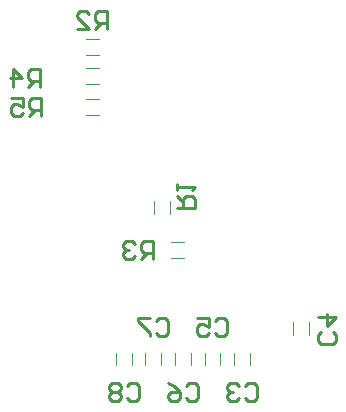
<source format=gbo>
G04*
G04 #@! TF.GenerationSoftware,Altium Limited,Altium Designer,22.7.1 (60)*
G04*
G04 Layer_Color=32896*
%FSAX44Y44*%
%MOMM*%
G71*
G04*
G04 #@! TF.SameCoordinates,EF1B45EE-5991-4E0F-B012-367B3C428A9F*
G04*
G04*
G04 #@! TF.FilePolarity,Positive*
G04*
G01*
G75*
%ADD11C,0.1000*%
%ADD12C,0.2540*%
D11*
X00946120Y00814960D02*
X00956620D01*
X00946120Y00828460D02*
X00956620D01*
X00946120Y00840960D02*
X00956620D01*
X00946120Y00854460D02*
X00956620D01*
X01018120Y00707460D02*
X01028620D01*
X01018120Y00693960D02*
X01028620D01*
X00946120Y00865960D02*
X00956620D01*
X00946120Y00879460D02*
X00956620D01*
X01003620Y00731460D02*
Y00741960D01*
X01017120Y00731460D02*
Y00741960D01*
X00971210Y00603050D02*
Y00613550D01*
X00984710Y00603050D02*
Y00613550D01*
X00996210Y00603050D02*
Y00613550D01*
X01009710Y00603050D02*
Y00613550D01*
X01021210Y00603050D02*
Y00613550D01*
X01034710Y00603050D02*
Y00613550D01*
X01046210Y00603050D02*
Y00613550D01*
X01059710Y00603050D02*
Y00613550D01*
X01134510Y00628910D02*
Y00639410D01*
X01121010Y00628910D02*
Y00639410D01*
X01071210Y00603050D02*
Y00613550D01*
X01084710Y00603050D02*
Y00613550D01*
D12*
X01002566Y00693092D02*
Y00708327D01*
X00994948D01*
X00992409Y00705788D01*
Y00700710D01*
X00994948Y00698171D01*
X01002566D01*
X00997487D02*
X00992409Y00693092D01*
X00987331Y00705788D02*
X00984792Y00708327D01*
X00979713D01*
X00977174Y00705788D01*
Y00703249D01*
X00979713Y00700710D01*
X00982252D01*
X00979713D01*
X00977174Y00698171D01*
Y00695632D01*
X00979713Y00693092D01*
X00984792D01*
X00987331Y00695632D01*
X00963422Y00887476D02*
Y00902711D01*
X00955805D01*
X00953265Y00900172D01*
Y00895094D01*
X00955805Y00892554D01*
X00963422D01*
X00958344D02*
X00953265Y00887476D01*
X00938030D02*
X00948187D01*
X00938030Y00897633D01*
Y00900172D01*
X00940569Y00902711D01*
X00945648D01*
X00948187Y00900172D01*
X01022753Y00736553D02*
X01037988D01*
Y00744171D01*
X01035448Y00746710D01*
X01030370D01*
X01027831Y00744171D01*
Y00736553D01*
Y00741632D02*
X01022753Y00746710D01*
Y00751788D02*
Y00756867D01*
Y00754328D01*
X01037988D01*
X01035448Y00751788D01*
X00980499Y00585878D02*
X00983038Y00588418D01*
X00988117D01*
X00990656Y00585878D01*
Y00575722D01*
X00988117Y00573182D01*
X00983038D01*
X00980499Y00575722D01*
X00975421Y00585878D02*
X00972882Y00588418D01*
X00967803D01*
X00965264Y00585878D01*
Y00583339D01*
X00967803Y00580800D01*
X00965264Y00578261D01*
Y00575722D01*
X00967803Y00573182D01*
X00972882D01*
X00975421Y00575722D01*
Y00578261D01*
X00972882Y00580800D01*
X00975421Y00583339D01*
Y00585878D01*
X00972882Y00580800D02*
X00967803D01*
X01005499Y00640878D02*
X01008038Y00643418D01*
X01013117D01*
X01015656Y00640878D01*
Y00630722D01*
X01013117Y00628182D01*
X01008038D01*
X01005499Y00630722D01*
X01000421Y00643418D02*
X00990264D01*
Y00640878D01*
X01000421Y00630722D01*
Y00628182D01*
X01030499Y00585878D02*
X01033038Y00588418D01*
X01038117D01*
X01040656Y00585878D01*
Y00575722D01*
X01038117Y00573182D01*
X01033038D01*
X01030499Y00575722D01*
X01015264Y00588418D02*
X01020342Y00585878D01*
X01025421Y00580800D01*
Y00575722D01*
X01022882Y00573182D01*
X01017803D01*
X01015264Y00575722D01*
Y00578261D01*
X01017803Y00580800D01*
X01025421D01*
X01055499Y00640878D02*
X01058038Y00643418D01*
X01063117D01*
X01065656Y00640878D01*
Y00630722D01*
X01063117Y00628182D01*
X01058038D01*
X01055499Y00630722D01*
X01040264Y00643418D02*
X01050421D01*
Y00635800D01*
X01045342Y00638339D01*
X01042803D01*
X01040264Y00635800D01*
Y00630722D01*
X01042803Y00628182D01*
X01047882D01*
X01050421Y00630722D01*
X01155338Y00631621D02*
X01157878Y00629082D01*
Y00624003D01*
X01155338Y00621464D01*
X01145182D01*
X01142643Y00624003D01*
Y00629082D01*
X01145182Y00631621D01*
X01142643Y00644317D02*
X01157878D01*
X01150260Y00636699D01*
Y00646856D01*
X01080499Y00585878D02*
X01083038Y00588418D01*
X01088117D01*
X01090656Y00585878D01*
Y00575722D01*
X01088117Y00573182D01*
X01083038D01*
X01080499Y00575722D01*
X01075421Y00585878D02*
X01072882Y00588418D01*
X01067803D01*
X01065264Y00585878D01*
Y00583339D01*
X01067803Y00580800D01*
X01070342D01*
X01067803D01*
X01065264Y00578261D01*
Y00575722D01*
X01067803Y00573182D01*
X01072882D01*
X01075421Y00575722D01*
X00906696Y00838382D02*
Y00853617D01*
X00899078D01*
X00896539Y00851078D01*
Y00846000D01*
X00899078Y00843461D01*
X00906696D01*
X00901618D02*
X00896539Y00838382D01*
X00883843D02*
Y00853617D01*
X00891461Y00846000D01*
X00881304D01*
X00907696Y00814382D02*
Y00829617D01*
X00900078D01*
X00897539Y00827078D01*
Y00822000D01*
X00900078Y00819461D01*
X00907696D01*
X00902617D02*
X00897539Y00814382D01*
X00882304Y00829617D02*
X00892461D01*
Y00822000D01*
X00887383Y00824539D01*
X00884843D01*
X00882304Y00822000D01*
Y00816922D01*
X00884843Y00814382D01*
X00889922D01*
X00892461Y00816922D01*
M02*

</source>
